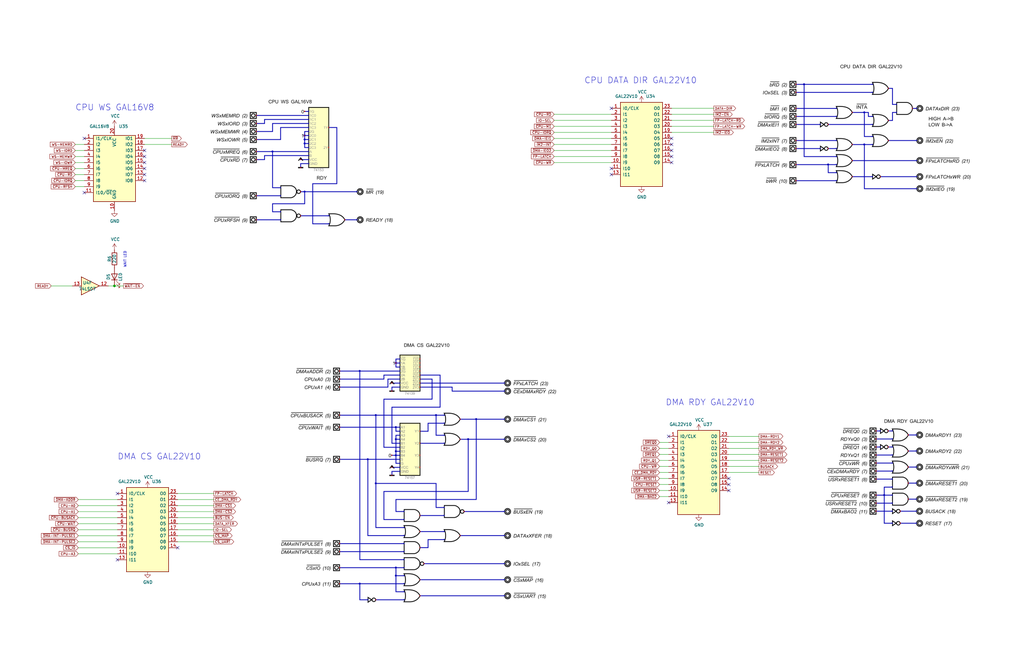
<source format=kicad_sch>
(kicad_sch (version 20211123) (generator eeschema)
  (paper "B")
  (lib_symbols
    (symbol "74xx:74LS07" (pin_names (offset 1.016))
      (property "Reference" "U" (at 0 1.27 0))
      (property "Value" "74LS07" (at 0 -1.27 0))
      (symbol "74LS07_1_0"
        (polyline (pts (xy -3.81 3.81) (xy -3.81 -3.81) (xy 3.81 0) (xy -3.81 3.81)) (stroke (width 0.254)) (fill (type background)))
        (pin input line (at -7.62 0 0) (length 3.81) (name "~") (number "1"))
        (pin open_collector line (at 7.62 0 180) (length 3.81) (name "~") (number "2"))
      )
      (symbol "74LS07_2_0"
        (polyline (pts (xy -3.81 3.81) (xy -3.81 -3.81) (xy 3.81 0) (xy -3.81 3.81)) (stroke (width 0.254)) (fill (type background)))
        (pin input line (at -7.62 0 0) (length 3.81) (name "~") (number "3"))
        (pin open_collector line (at 7.62 0 180) (length 3.81) (name "~") (number "4"))
      )
      (symbol "74LS07_3_0"
        (polyline (pts (xy -3.81 3.81) (xy -3.81 -3.81) (xy 3.81 0) (xy -3.81 3.81)) (stroke (width 0.254)) (fill (type background)))
        (pin input line (at -7.62 0 0) (length 3.81) (name "~") (number "5"))
        (pin open_collector line (at 7.62 0 180) (length 3.81) (name "~") (number "6"))
      )
      (symbol "74LS07_4_0"
        (polyline (pts (xy -3.81 3.81) (xy -3.81 -3.81) (xy 3.81 0) (xy -3.81 3.81)) (stroke (width 0.254)) (fill (type background)))
        (pin open_collector line (at 7.62 0 180) (length 3.81) (name "~") (number "8"))
        (pin input line (at -7.62 0 0) (length 3.81) (name "~") (number "9"))
      )
      (symbol "74LS07_5_0"
        (polyline (pts (xy -3.81 3.81) (xy -3.81 -3.81) (xy 3.81 0) (xy -3.81 3.81)) (stroke (width 0.254)) (fill (type background)))
        (pin open_collector line (at 7.62 0 180) (length 3.81) (name "~") (number "10"))
        (pin input line (at -7.62 0 0) (length 3.81) (name "~") (number "11"))
      )
      (symbol "74LS07_6_0"
        (polyline (pts (xy -3.81 3.81) (xy -3.81 -3.81) (xy 3.81 0) (xy -3.81 3.81)) (stroke (width 0.254)) (fill (type background)))
        (pin open_collector line (at 7.62 0 180) (length 3.81) (name "~") (number "12"))
        (pin input line (at -7.62 0 0) (length 3.81) (name "~") (number "13"))
      )
      (symbol "74LS07_7_0"
        (pin power_in line (at 0 12.7 270) (length 5.08) (name "VCC") (number "14"))
        (pin power_in line (at 0 -12.7 90) (length 5.08) (name "GND") (number "7"))
      )
      (symbol "74LS07_7_1"
        (rectangle (start -5.08 7.62) (end 5.08 -7.62) (stroke (width 0.254)) (fill (type background)))
      )
    )
    (symbol "Device:LED" (pin_numbers hide) (pin_names (offset 1.016) hide)
      (property "Reference" "D" (at 0 2.54 0))
      (property "Value" "LED" (at 0 -2.54 0))
      (symbol "LED_0_1"
        (polyline (pts (xy -1.27 -1.27) (xy -1.27 1.27)) (stroke (width 0.254)))
        (polyline (pts (xy -1.27 0) (xy 1.27 0)))
        (polyline (pts (xy 1.27 -1.27) (xy 1.27 1.27) (xy -1.27 0) (xy 1.27 -1.27)) (stroke (width 0.254)))
        (polyline (pts (xy -3.048 -0.762) (xy -4.572 -2.286) (xy -3.81 -2.286) (xy -4.572 -2.286) (xy -4.572 -1.524)))
        (polyline (pts (xy -1.778 -0.762) (xy -3.302 -2.286) (xy -2.54 -2.286) (xy -3.302 -2.286) (xy -3.302 -1.524)))
      )
      (symbol "LED_1_1"
        (pin passive line (at -3.81 0 0) (length 2.54) (name "K") (number "1"))
        (pin passive line (at 3.81 0 180) (length 2.54) (name "A") (number "2"))
      )
    )
    (symbol "Device:R" (pin_numbers hide) (pin_names (offset 0))
      (property "Reference" "R" (at 2.032 0 90))
      (property "Value" "R" (at 0 0 90))
      (symbol "R_0_1"
        (rectangle (start -1.016 -2.54) (end 1.016 2.54) (stroke (width 0.254)))
      )
      (symbol "R_1_1"
        (pin passive line (at 0 3.81 270) (length 1.27) (name "~") (number "1"))
        (pin passive line (at 0 -3.81 90) (length 1.27) (name "~") (number "2"))
      )
    )
    (symbol "Logic_Programmable:GAL16V8" (pin_names (offset 1.016))
      (property "Reference" "U" (at -8.89 16.51 0))
      (property "Value" "GAL16V8" (at 1.27 16.51 0))
      (symbol "GAL16V8_0_0"
        (pin power_in line (at 0 -17.78 90) (length 3.81) (name "GND") (number "10"))
        (pin power_in line (at 0 17.78 270) (length 3.81) (name "VCC") (number "20"))
      )
      (symbol "GAL16V8_0_1"
        (rectangle (start -8.89 13.97) (end 8.89 -13.97) (stroke (width 0.254)) (fill (type background)))
      )
      (symbol "GAL16V8_1_1"
        (pin input line (at -12.7 12.7 0) (length 3.81) (name "I1/CLK") (number "1"))
        (pin input line (at -12.7 -10.16 0) (length 3.81) (name "I10/~{OE}") (number "11"))
        (pin tri_state line (at 12.7 -5.08 180) (length 3.81) (name "IO8") (number "12"))
        (pin tri_state line (at 12.7 -2.54 180) (length 3.81) (name "IO7") (number "13"))
        (pin tri_state line (at 12.7 0 180) (length 3.81) (name "IO6") (number "14"))
        (pin tri_state line (at 12.7 2.54 180) (length 3.81) (name "IO5") (number "15"))
        (pin tri_state line (at 12.7 5.08 180) (length 3.81) (name "IO4") (number "16"))
        (pin tri_state line (at 12.7 7.62 180) (length 3.81) (name "I03") (number "17"))
        (pin tri_state line (at 12.7 10.16 180) (length 3.81) (name "IO2") (number "18"))
        (pin tri_state line (at 12.7 12.7 180) (length 3.81) (name "IO1") (number "19"))
        (pin input line (at -12.7 10.16 0) (length 3.81) (name "I2") (number "2"))
        (pin input line (at -12.7 7.62 0) (length 3.81) (name "I3") (number "3"))
        (pin input line (at -12.7 5.08 0) (length 3.81) (name "I4") (number "4"))
        (pin input line (at -12.7 2.54 0) (length 3.81) (name "I5") (number "5"))
        (pin input line (at -12.7 0 0) (length 3.81) (name "I6") (number "6"))
        (pin input line (at -12.7 -2.54 0) (length 3.81) (name "I7") (number "7"))
        (pin input line (at -12.7 -5.08 0) (length 3.81) (name "I8") (number "8"))
        (pin input line (at -12.7 -7.62 0) (length 3.81) (name "I9") (number "9"))
      )
    )
    (symbol "gal22v10:GAL22V10" (pin_names (offset 1.016))
      (property "Reference" "U" (at -8.89 19.05 0))
      (property "Value" "GAL22V10" (at -1.27 19.05 0))
      (symbol "GAL22V10_0_1"
        (rectangle (start -8.89 -17.78) (end 8.89 17.78) (stroke (width 0.254)) (fill (type background)))
      )
      (symbol "GAL22V10_1_1"
        (pin input line (at -12.7 15.24 0) (length 3.81) (name "I0/CLK") (number "1"))
        (pin input line (at -12.7 -7.62 0) (length 3.81) (name "I9") (number "10"))
        (pin input line (at -12.7 -10.16 0) (length 3.81) (name "I10") (number "11"))
        (pin power_in line (at 0 -17.78 90) (length 0) hide (name "GND") (number "12"))
        (pin input line (at -12.7 -12.7 0) (length 3.81) (name "I11") (number "13"))
        (pin output line (at 12.7 -7.62 180) (length 3.81) (name "O9") (number "14"))
        (pin output line (at 12.7 -5.08 180) (length 3.81) (name "O8") (number "15"))
        (pin output line (at 12.7 -2.54 180) (length 3.81) (name "O7") (number "16"))
        (pin output line (at 12.7 0 180) (length 3.81) (name "O6") (number "17"))
        (pin output line (at 12.7 2.54 180) (length 3.81) (name "O5") (number "18"))
        (pin output line (at 12.7 5.08 180) (length 3.81) (name "O4") (number "19"))
        (pin input line (at -12.7 12.7 0) (length 3.81) (name "I1") (number "2"))
        (pin output line (at 12.7 7.62 180) (length 3.81) (name "O3") (number "20"))
        (pin output line (at 12.7 10.16 180) (length 3.81) (name "O2") (number "21"))
        (pin output line (at 12.7 12.7 180) (length 3.81) (name "O1") (number "22"))
        (pin output line (at 12.7 15.24 180) (length 3.81) (name "O0") (number "23"))
        (pin power_in line (at 0 17.78 270) (length 0) hide (name "VCC") (number "24"))
        (pin input line (at -12.7 10.16 0) (length 3.81) (name "I2") (number "3"))
        (pin input line (at -12.7 7.62 0) (length 3.81) (name "I3") (number "4"))
        (pin input line (at -12.7 5.08 0) (length 3.81) (name "I4") (number "5"))
        (pin input line (at -12.7 2.54 0) (length 3.81) (name "I5") (number "6"))
        (pin input line (at -12.7 0 0) (length 3.81) (name "I6") (number "7"))
        (pin input line (at -12.7 -2.54 0) (length 3.81) (name "I7") (number "8"))
        (pin input line (at -12.7 -5.08 0) (length 3.81) (name "I8") (number "9"))
      )
    )
    (symbol "power:GND" (power) (pin_names (offset 0))
      (property "Value" "GND" (at 0 -3.81 0))
      (symbol "GND_0_1"
        (polyline (pts (xy 0 0) (xy 0 -1.27) (xy 1.27 -1.27) (xy 0 -2.54) (xy -1.27 -1.27) (xy 0 -1.27)))
      )
      (symbol "GND_1_1"
        (pin power_in line (at 0 0 270) (length 0) hide (name "GND") (number "1"))
      )
    )
    (symbol "power:VCC" (power) (pin_names (offset 0))
      (property "Value" "VCC" (at 0 3.81 0))
      (symbol "VCC_0_1"
        (polyline (pts (xy -0.762 1.27) (xy 0 2.54)))
        (polyline (pts (xy 0 0) (xy 0 2.54)))
        (polyline (pts (xy 0 2.54) (xy 0.762 1.27)))
      )
      (symbol "VCC_1_1"
        (pin power_in line (at 0 0 90) (length 0) hide (name "VCC") (number "1"))
      )
    )
  )
  (junction (at 48.26 120.65))
  (no_connect (at 49.53 236.22))
  (no_connect (at 35.56 58.42))
  (no_connect (at 281.94 212.09))
  (no_connect (at 257.81 73.66))
  (no_connect (at 60.96 76.2))
  (no_connect (at 74.93 231.14))
  (no_connect (at 283.21 63.5))
  (no_connect (at 257.81 45.72))
  (no_connect (at 49.53 208.28))
  (no_connect (at 60.96 71.12))
  (no_connect (at 307.34 204.47))
  (no_connect (at 283.21 58.42))
  (no_connect (at 60.96 73.66))
  (no_connect (at 35.56 81.28))
  (no_connect (at 60.96 66.04))
  (no_connect (at 307.34 207.01))
  (no_connect (at 257.81 71.12))
  (no_connect (at 283.21 68.58))
  (no_connect (at 283.21 66.04))
  (no_connect (at 307.34 201.93))
  (no_connect (at 283.21 60.96))
  (no_connect (at 281.94 184.15))
  (no_connect (at 60.96 63.5))
  (no_connect (at 60.96 68.58))
  (wire (pts (xy 74.93 223.52) (xy 90.17 223.52)))
  (wire (pts (xy 233.68 50.8) (xy 257.81 50.8)))
  (wire (pts (xy 307.34 184.15) (xy 320.04 184.15)))
  (wire (pts (xy 74.93 208.28) (xy 90.17 208.28)))
  (wire (pts (xy 278.13 189.23) (xy 281.94 189.23)))
  (wire (pts (xy 74.93 218.44) (xy 90.17 218.44)))
  (wire (pts (xy 74.93 215.9) (xy 90.17 215.9)))
  (wire (pts (xy 233.68 66.04) (xy 257.81 66.04)))
  (wire (pts (xy 307.34 194.31) (xy 320.04 194.31)))
  (wire (pts (xy 31.75 60.96) (xy 35.56 60.96)))
  (wire (pts (xy 45.72 120.65) (xy 48.26 120.65)))
  (wire (pts (xy 74.93 210.82) (xy 90.17 210.82)))
  (wire (pts (xy 283.21 45.72) (xy 300.99 45.72)))
  (wire (pts (xy 257.81 58.42) (xy 233.68 58.42)))
  (wire (pts (xy 33.02 213.36) (xy 49.53 213.36)))
  (wire (pts (xy 60.96 60.96) (xy 72.39 60.96)))
  (wire (pts (xy 307.34 196.85) (xy 320.04 196.85)))
  (wire (pts (xy 307.34 191.77) (xy 320.04 191.77)))
  (wire (pts (xy 233.68 48.26) (xy 257.81 48.26)))
  (wire (pts (xy 278.13 201.93) (xy 281.94 201.93)))
  (wire (pts (xy 278.13 186.69) (xy 281.94 186.69)))
  (wire (pts (xy 33.02 220.98) (xy 49.53 220.98)))
  (wire (pts (xy 307.34 199.39) (xy 320.04 199.39)))
  (wire (pts (xy 33.02 210.82) (xy 49.53 210.82)))
  (wire (pts (xy 278.13 191.77) (xy 281.94 191.77)))
  (wire (pts (xy 257.81 68.58) (xy 233.68 68.58)))
  (wire (pts (xy 31.75 76.2) (xy 35.56 76.2)))
  (wire (pts (xy 283.21 53.34) (xy 300.99 53.34)))
  (wire (pts (xy 233.68 55.88) (xy 257.81 55.88)))
  (wire (pts (xy 33.02 226.06) (xy 49.53 226.06)))
  (wire (pts (xy 21.59 120.65) (xy 30.48 120.65)))
  (wire (pts (xy 283.21 48.26) (xy 300.99 48.26)))
  (wire (pts (xy 52.07 120.65) (xy 48.26 120.65)))
  (wire (pts (xy 283.21 50.8) (xy 300.99 50.8)))
  (wire (pts (xy 278.13 207.01) (xy 281.94 207.01)))
  (wire (pts (xy 33.02 233.68) (xy 49.53 233.68)))
  (wire (pts (xy 307.34 189.23) (xy 320.04 189.23)))
  (wire (pts (xy 74.93 226.06) (xy 90.17 226.06)))
  (wire (pts (xy 33.02 215.9) (xy 49.53 215.9)))
  (wire (pts (xy 33.02 218.44) (xy 49.53 218.44)))
  (wire (pts (xy 31.75 68.58) (xy 35.56 68.58)))
  (wire (pts (xy 31.75 63.5) (xy 35.56 63.5)))
  (wire (pts (xy 33.02 228.6) (xy 49.53 228.6)))
  (wire (pts (xy 300.99 55.88) (xy 283.21 55.88)))
  (wire (pts (xy 281.94 199.39) (xy 278.13 199.39)))
  (wire (pts (xy 278.13 194.31) (xy 281.94 194.31)))
  (wire (pts (xy 278.13 204.47) (xy 281.94 204.47)))
  (wire (pts (xy 31.75 73.66) (xy 35.56 73.66)))
  (wire (pts (xy 31.75 71.12) (xy 35.56 71.12)))
  (wire (pts (xy 60.96 58.42) (xy 72.39 58.42)))
  (wire (pts (xy 74.93 220.98) (xy 90.17 220.98)))
  (wire (pts (xy 74.93 213.36) (xy 90.17 213.36)))
  (wire (pts (xy 74.93 228.6) (xy 90.17 228.6)))
  (wire (pts (xy 233.68 60.96) (xy 257.81 60.96)))
  (wire (pts (xy 233.68 53.34) (xy 257.81 53.34)))
  (wire (pts (xy 33.02 223.52) (xy 49.53 223.52)))
  (wire (pts (xy 307.34 186.69) (xy 320.04 186.69)))
  (wire (pts (xy 233.68 63.5) (xy 257.81 63.5)))
  (wire (pts (xy 31.75 66.04) (xy 35.56 66.04)))
  (wire (pts (xy 278.13 209.55) (xy 281.94 209.55)))
  (wire (pts (xy 31.75 78.74) (xy 35.56 78.74)))
  (wire (pts (xy 278.13 196.85) (xy 281.94 196.85)))
  (wire (pts (xy 33.02 231.14) (xy 49.53 231.14)))
  (image (at 176.53 199.39))
  (image (at 127 68.58))
  (image (at 363.855 53.975))
  (image (at 378.46 199.39))
  (text "DMA CS GAL22V10" (at 49.53 194.31 0) (effects (font (size 2.54 2.54)) (justify left bottom)))
  (text "DMA RDY GAL22V10" (at 280.67 171.45 0) (effects (font (size 2.54 2.54)) (justify left bottom)))
  (text "CPU WS GAL16V8" (at 31.75 46.99 0) (effects (font (size 2.54 2.54)) (justify left bottom)))
  (text "CPU DATA DIR GAL22V10" (at 246.38 35.56 0) (effects (font (size 2.54 2.54)) (justify left bottom)))
  (text "WAIT LED" (at 53.34 113.03 90) (effects (font (size 1.016 1.016)) (justify left bottom)))
  (global_label "~{CPU-BUSRQ}" (shape input) (at 33.02 223.52 180) (effects (font (size 1.016 1.016))) (property "Intersheet References" "${INTERSHEET_REFS}" (effects hide)))
  (global_label "~{USR-RESET2}" (shape input) (at 278.13 207.01 180) (effects (font (size 1.016 1.016))) (property "Intersheet References" "${INTERSHEET_REFS}" (effects hide)))
  (global_label "~{CE_DMA_RDY}" (shape input) (at 278.13 199.39 180) (effects (font (size 1.016 1.016))) (property "Intersheet References" "${INTERSHEET_REFS}" (effects hide)))
  (global_label "~{DMA-RESET1}" (shape output) (at 320.04 191.77 0) (effects (font (size 1.016 1.016))) (property "Intersheet References" "${INTERSHEET_REFS}" (effects hide)))
  (global_label "RESET" (shape output) (at 320.04 199.39 0) (effects (font (size 1.016 1.016))) (property "Intersheet References" "${INTERSHEET_REFS}" (effects hide)))
  (global_label "~{FP-LATCH}" (shape output) (at 90.17 208.28 0) (effects (font (size 1.016 1.016))) (property "Intersheet References" "${INTERSHEET_REFS}" (effects hide)))
  (global_label "~{CS_IO}" (shape input) (at 33.02 231.14 180) (effects (font (size 1.016 1.016))) (property "Intersheet References" "${INTERSHEET_REFS}" (effects hide)))
  (global_label "~{BUS-EN}" (shape output) (at 90.17 218.44 0) (effects (font (size 1.016 1.016))) (property "Intersheet References" "${INTERSHEET_REFS}" (effects hide)))
  (global_label "RDY_Q0" (shape input) (at 278.13 189.23 180) (effects (font (size 1.016 1.016))) (property "Intersheet References" "${INTERSHEET_REFS}" (effects hide)))
  (global_label "~{IM2-INT}" (shape input) (at 233.68 60.96 180) (effects (font (size 1.016 1.016))) (property "Intersheet References" "${INTERSHEET_REFS}" (effects hide)))
  (global_label "READY" (shape input) (at 21.59 120.65 180) (effects (font (size 1.016 1.016))) (property "Intersheet References" "${INTERSHEET_REFS}" (effects hide)))
  (global_label "~{DMA-ADDR}" (shape input) (at 33.02 210.82 180) (effects (font (size 1.016 1.016))) (property "Intersheet References" "${INTERSHEET_REFS}" (effects hide)))
  (global_label "~{CS_MAP}" (shape output) (at 90.17 226.06 0) (effects (font (size 1.016 1.016))) (property "Intersheet References" "${INTERSHEET_REFS}" (effects hide)))
  (global_label "~{CS_UART}" (shape output) (at 90.17 228.6 0) (effects (font (size 1.016 1.016))) (property "Intersheet References" "${INTERSHEET_REFS}" (effects hide)))
  (global_label "~{DMA-IEI1}" (shape input) (at 233.68 58.42 180) (effects (font (size 1.016 1.016))) (property "Intersheet References" "${INTERSHEET_REFS}" (effects hide)))
  (global_label "~{DMA_RDY_WR}" (shape output) (at 320.04 189.23 0) (effects (font (size 1.016 1.016))) (property "Intersheet References" "${INTERSHEET_REFS}" (effects hide)))
  (global_label "~{CPU-RD}" (shape input) (at 31.75 73.66 180) (effects (font (size 1.016 1.016))) (property "Intersheet References" "${INTERSHEET_REFS}" (effects hide)))
  (global_label "~{DMA-INT-PULSE1}" (shape input) (at 33.02 226.06 180) (effects (font (size 1.016 1.016))) (property "Intersheet References" "${INTERSHEET_REFS}" (effects hide)))
  (global_label "BUSACK" (shape output) (at 320.04 196.85 0) (effects (font (size 1.016 1.016))) (property "Intersheet References" "${INTERSHEET_REFS}" (effects hide)))
  (global_label "WS-MEMWR" (shape input) (at 31.75 66.04 180) (effects (font (size 1.016 1.016))) (property "Intersheet References" "${INTERSHEET_REFS}" (effects hide)))
  (global_label "~{CPU-RFSH}" (shape input) (at 31.75 78.74 180) (effects (font (size 1.016 1.016))) (property "Intersheet References" "${INTERSHEET_REFS}" (effects hide)))
  (global_label "~{DMA-BAO2}" (shape input) (at 278.13 209.55 180) (effects (font (size 1.016 1.016))) (property "Intersheet References" "${INTERSHEET_REFS}" (effects hide)))
  (global_label "~{FP-LATCH}" (shape input) (at 233.68 66.04 180) (effects (font (size 1.016 1.016))) (property "Intersheet References" "${INTERSHEET_REFS}" (effects hide)))
  (global_label "~{DREQ1}" (shape input) (at 278.13 191.77 180) (effects (font (size 1.016 1.016))) (property "Intersheet References" "${INTERSHEET_REFS}" (effects hide)))
  (global_label "~{CPU-WR}" (shape input) (at 233.68 68.58 180) (effects (font (size 1.016 1.016))) (property "Intersheet References" "${INTERSHEET_REFS}" (effects hide)))
  (global_label "CPU-A0" (shape input) (at 33.02 213.36 180) (effects (font (size 1.016 1.016))) (property "Intersheet References" "${INTERSHEET_REFS}" (effects hide)))
  (global_label "~{CPU-MREQ}" (shape input) (at 31.75 71.12 180) (effects (font (size 1.016 1.016))) (property "Intersheet References" "${INTERSHEET_REFS}" (effects hide)))
  (global_label "~{DMA-INT-PULSE2}" (shape input) (at 33.02 228.6 180) (effects (font (size 1.016 1.016))) (property "Intersheet References" "${INTERSHEET_REFS}" (effects hide)))
  (global_label "CPU-A1" (shape input) (at 33.02 215.9 180) (effects (font (size 1.016 1.016))) (property "Intersheet References" "${INTERSHEET_REFS}" (effects hide)))
  (global_label "READY" (shape output) (at 72.39 60.96 0) (effects (font (size 1.016 1.016))) (property "Intersheet References" "${INTERSHEET_REFS}" (effects hide)))
  (global_label "~{CPU-RESET}" (shape input) (at 278.13 204.47 180) (effects (font (size 1.016 1.016))) (property "Intersheet References" "${INTERSHEET_REFS}" (effects hide)))
  (global_label "DATA_XFER" (shape output) (at 90.17 220.98 0) (effects (font (size 1.016 1.016))) (property "Intersheet References" "${INTERSHEET_REFS}" (effects hide)))
  (global_label "WS-IORD" (shape input) (at 31.75 63.5 180) (effects (font (size 1.016 1.016))) (property "Intersheet References" "${INTERSHEET_REFS}" (effects hide)))
  (global_label "RDY_Q1" (shape input) (at 278.13 194.31 180) (effects (font (size 1.016 1.016))) (property "Intersheet References" "${INTERSHEET_REFS}" (effects hide)))
  (global_label "~{CPU-BUSACK}" (shape input) (at 33.02 218.44 180) (effects (font (size 1.016 1.016))) (property "Intersheet References" "${INTERSHEET_REFS}" (effects hide)))
  (global_label "~{WAIT-EN}" (shape output) (at 52.07 120.65 0) (effects (font (size 1.016 1.016))) (property "Intersheet References" "${INTERSHEET_REFS}" (effects hide)))
  (global_label "~{DREQ0}" (shape input) (at 278.13 186.69 180) (effects (font (size 1.016 1.016))) (property "Intersheet References" "${INTERSHEET_REFS}" (effects hide)))
  (global_label "CPU-A3" (shape input) (at 33.02 233.68 180) (effects (font (size 1.016 1.016))) (property "Intersheet References" "${INTERSHEET_REFS}" (effects hide)))
  (global_label "IO-SEL" (shape output) (at 90.17 223.52 0) (effects (font (size 1.016 1.016))) (property "Intersheet References" "${INTERSHEET_REFS}" (effects hide)))
  (global_label "~{IM2-IEO}" (shape output) (at 300.99 55.88 0) (effects (font (size 1.016 1.016))) (property "Intersheet References" "${INTERSHEET_REFS}" (effects hide)))
  (global_label "~{DMA-CS1}" (shape output) (at 90.17 213.36 0) (effects (font (size 1.016 1.016))) (property "Intersheet References" "${INTERSHEET_REFS}" (effects hide)))
  (global_label "~{CPU-WR}" (shape input) (at 278.13 196.85 180) (effects (font (size 1.016 1.016))) (property "Intersheet References" "${INTERSHEET_REFS}" (effects hide)))
  (global_label "~{DMA-RESET2}" (shape output) (at 320.04 194.31 0) (effects (font (size 1.016 1.016))) (property "Intersheet References" "${INTERSHEET_REFS}" (effects hide)))
  (global_label "~{DMA-CS2}" (shape output) (at 90.17 215.9 0) (effects (font (size 1.016 1.016))) (property "Intersheet References" "${INTERSHEET_REFS}" (effects hide)))
  (global_label "~{CPU-RD}" (shape input) (at 233.68 48.26 180) (effects (font (size 1.016 1.016))) (property "Intersheet References" "${INTERSHEET_REFS}" (effects hide)))
  (global_label "~{CE_DMA_RDY}" (shape output) (at 90.17 210.82 0) (effects (font (size 1.016 1.016))) (property "Intersheet References" "${INTERSHEET_REFS}" (effects hide)))
  (global_label "~{CPU-WAIT}" (shape input) (at 33.02 220.98 180) (effects (font (size 1.016 1.016))) (property "Intersheet References" "${INTERSHEET_REFS}" (effects hide)))
  (global_label "IO-SEL" (shape input) (at 233.68 50.8 180) (effects (font (size 1.016 1.016))) (property "Intersheet References" "${INTERSHEET_REFS}" (effects hide)))
  (global_label "WS-IOWR" (shape input) (at 31.75 68.58 180) (effects (font (size 1.016 1.016))) (property "Intersheet References" "${INTERSHEET_REFS}" (effects hide)))
  (global_label "~{CPU-IORQ}" (shape input) (at 233.68 55.88 180) (effects (font (size 1.016 1.016))) (property "Intersheet References" "${INTERSHEET_REFS}" (effects hide)))
  (global_label "FP-LATCH-WR" (shape output) (at 300.99 53.34 0) (effects (font (size 1.016 1.016))) (property "Intersheet References" "${INTERSHEET_REFS}" (effects hide)))
  (global_label "~{DMA-IEO2}" (shape input) (at 233.68 63.5 180) (effects (font (size 1.016 1.016))) (property "Intersheet References" "${INTERSHEET_REFS}" (effects hide)))
  (global_label "~{FP-LATCH-RD}" (shape output) (at 300.99 50.8 0) (effects (font (size 1.016 1.016))) (property "Intersheet References" "${INTERSHEET_REFS}" (effects hide)))
  (global_label "DATA-DIR" (shape output) (at 300.99 45.72 0) (effects (font (size 1.016 1.016))) (property "Intersheet References" "${INTERSHEET_REFS}" (effects hide)))
  (global_label "DMA-RDY1" (shape output) (at 320.04 184.15 0) (effects (font (size 1.016 1.016))) (property "Intersheet References" "${INTERSHEET_REFS}" (effects hide)))
  (global_label "~{USR-RESET1}" (shape input) (at 278.13 201.93 180) (effects (font (size 1.016 1.016))) (property "Intersheet References" "${INTERSHEET_REFS}" (effects hide)))
  (global_label "~{MR}" (shape output) (at 72.39 58.42 0) (effects (font (size 1.016 1.016))) (property "Intersheet References" "${INTERSHEET_REFS}" (effects hide)))
  (global_label "~{CPU-M1}" (shape input) (at 233.68 53.34 180) (effects (font (size 1.016 1.016))) (property "Intersheet References" "${INTERSHEET_REFS}" (effects hide)))
  (global_label "~{CPU-IORQ}" (shape input) (at 31.75 76.2 180) (effects (font (size 1.016 1.016))) (property "Intersheet References" "${INTERSHEET_REFS}" (effects hide)))
  (global_label "~{IM2-EN}" (shape output) (at 300.99 48.26 0) (effects (font (size 1.016 1.016))) (property "Intersheet References" "${INTERSHEET_REFS}" (effects hide)))
  (global_label "DMA-RDY2" (shape output) (at 320.04 186.69 0) (effects (font (size 1.016 1.016))) (property "Intersheet References" "${INTERSHEET_REFS}" (effects hide)))
  (global_label "WS-MEMRD" (shape input) (at 31.75 60.96 180) (effects (font (size 1.016 1.016))) (property "Intersheet References" "${INTERSHEET_REFS}" (effects hide)))
  (symbol (lib_id "74xx:74LS07") (at 38.1 120.65 0) (unit 6)
    (property "Reference" "U4" (at 36.83 119.38 0))
    (property "Value" "74LS07" (at 36.83 121.92 0))
    (property "Footprint" "Package_DIP:DIP-14_W7.62mm" (effects hide))
    (property "Datasheet" "www.ti.com/lit/ds/symlink/sn74ls07.pdf" (effects hide))
  )
  (symbol (lib_id "Device:R") (at 48.26 109.22 180) (unit 1)
    (property "Reference" "R6" (at 46.228 109.22 90))
    (property "Value" "220" (at 48.26 109.22 90))
    (property "Footprint" "Resistor_THT:R_Axial_DIN0207_L6.3mm_D2.5mm_P7.62mm_Horizontal" (effects hide))
  )
  (symbol (lib_id "Device:LED") (at 48.26 116.84 90) (unit 1)
    (property "Reference" "D5" (at 45.72 116.84 0))
    (property "Value" "LED" (at 50.8 116.84 0))
    (property "Footprint" "LED_THT:LED_D3.0mm_Horizontal_O3.81mm_Z2.0mm" (effects hide))
  )
  (symbol (lib_id "power:VCC") (at 48.26 105.41 0) (unit 1)
    (property "Reference" "#PWR0155" (effects hide))
    (property "Value" "VCC" (at 48.641 101.0158 0))
  )
  (symbol (lib_id "Logic_Programmable:GAL16V8") (at 48.26 71.12 0) (unit 1)
    (property "Reference" "U35" (at 52.07 53.34 0))
    (property "Value" "GAL16V8" (at 41.91 53.34 0))
    (property "Footprint" "Package_DIP:DIP-20_W7.62mm" (effects hide))
  )
  (symbol (lib_id "power:VCC") (at 48.26 53.34 0) (unit 1)
    (property "Reference" "#PWR0104" (effects hide))
    (property "Value" "VCC" (at 48.641 48.9458 0))
  )
  (symbol (lib_id "power:GND") (at 48.26 88.9 0) (unit 1)
    (property "Reference" "#PWR0109" (effects hide))
    (property "Value" "GND" (at 48.387 93.2942 0))
  )
  (symbol (lib_id "gal22v10:GAL22V10") (at 270.51 60.96 0) (unit 1)
    (property "Reference" "U34" (at 274.32 40.64 0))
    (property "Value" "GAL22V10" (at 264.16 40.64 0))
    (property "Footprint" "Package_DIP:DIP-24_W7.62mm" (effects hide))
  )
  (symbol (lib_id "power:VCC") (at 270.51 43.18 0) (unit 1)
    (property "Reference" "#PWR0111" (effects hide))
    (property "Value" "VCC" (at 270.891 38.7858 0))
  )
  (symbol (lib_id "power:GND") (at 270.51 78.74 0) (unit 1)
    (property "Reference" "#PWR0112" (effects hide))
    (property "Value" "GND" (at 270.637 83.1342 0))
  )
  (symbol (lib_id "gal22v10:GAL22V10") (at 62.23 223.52 0) (unit 1)
    (property "Reference" "U36" (at 66.04 203.2 0))
    (property "Value" "GAL22V10" (at 54.61 203.2 0))
    (property "Footprint" "Package_DIP:DIP-24_W7.62mm" (effects hide))
  )
  (symbol (lib_id "power:VCC") (at 62.23 205.74 0) (unit 1)
    (property "Reference" "#PWR0119" (effects hide))
    (property "Value" "VCC" (at 62.611 201.3458 0))
  )
  (symbol (lib_id "power:GND") (at 62.23 241.3 0) (unit 1)
    (property "Reference" "#PWR0120" (effects hide))
    (property "Value" "GND" (at 62.357 245.6942 0))
  )
  (symbol (lib_id "gal22v10:GAL22V10") (at 294.64 199.39 0) (unit 1)
    (property "Reference" "U37" (at 298.45 179.07 0))
    (property "Value" "GAL22V10" (at 287.02 179.07 0))
    (property "Footprint" "Package_DIP:DIP-24_W7.62mm" (effects hide))
  )
  (symbol (lib_id "power:VCC") (at 294.64 181.61 0) (unit 1)
    (property "Reference" "#PWR0121" (effects hide))
    (property "Value" "VCC" (at 295.021 177.2158 0))
  )
  (symbol (lib_id "power:GND") (at 294.64 217.17 0) (unit 1)
    (property "Reference" "#PWR0122" (effects hide))
    (property "Value" "GND" (at 294.767 221.5642 0))
  )
)
</source>
